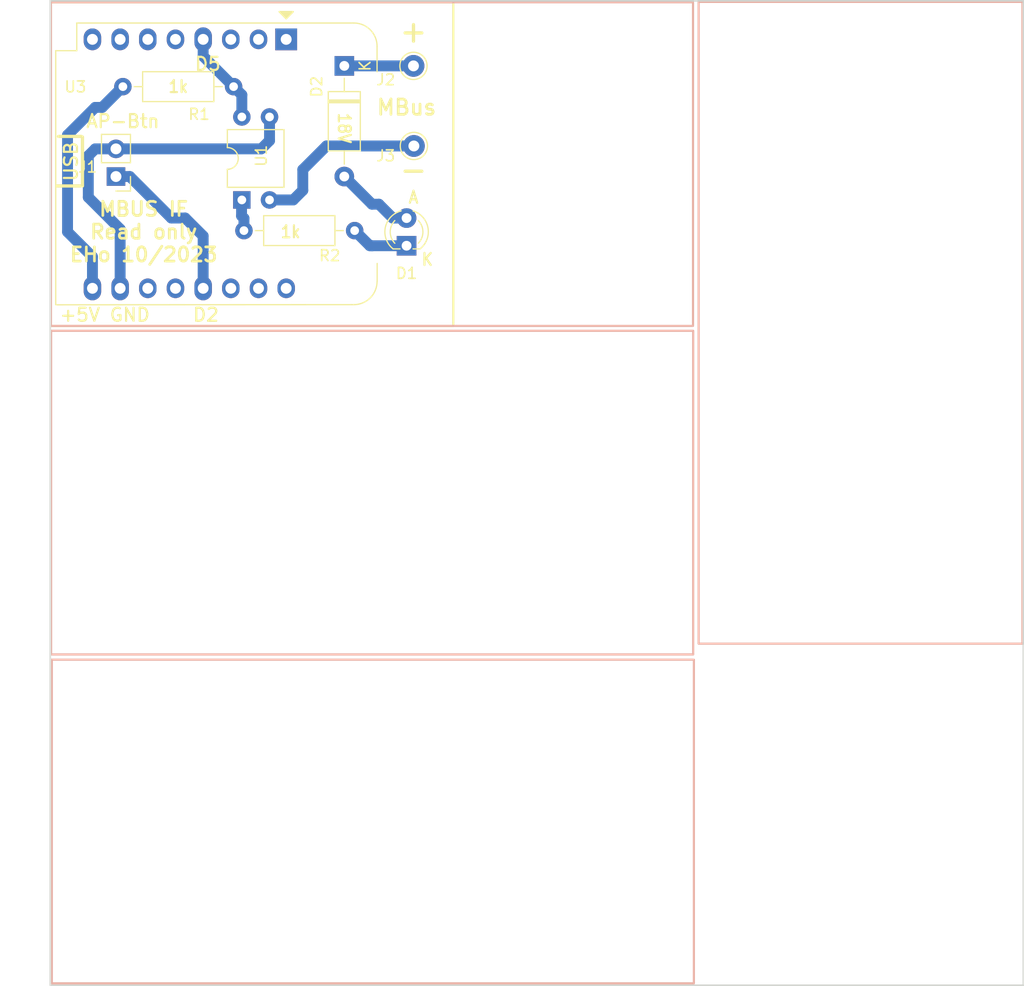
<source format=kicad_pcb>
(kicad_pcb (version 20221018) (generator pcbnew)
  (layers (0 "F.Cu" signal) (31 "B.Cu" signal) (34 "B.Paste" user) (35 "F.Paste" user) (36 "B.SilkS" user "B.Silkscreen") (37 "F.SilkS" user "F.Silkscreen") (38 "B.Mask" user) (39 "F.Mask" user) (44 "Edge.Cuts" user))
  (net 0 "")
  (net 1 "+5V")
  (net 2 "GND1")
  (net 3 "Net-(R2-Pad2)")
  (net 4 "Net-(D1-K)")
  (net 5 "Net-(D1-A)")
  (net 6 "/MBUS +")
  (net 7 "Net-(J1-Pin_1)")
  (net 8 "Net-(J3-Pin_1)")
  (net 9 "Net-(U3-SCK{slash}D5)")
  (footprint "Connector_Pin:Pin_D1.0mm_L10.0mm" (layer "F.Cu") (at 176.53 41.275 180)
    (fp_text reference "J2" (at 2.54 -1.27) (layer "F.SilkS"))
    (fp_text value "Conn_01x01_Male")
    (fp_circle (center 0 0) (end 1.25 0.05) (stroke (width 0.12)) (fill none) (layer "F.SilkS"))
    (pad "1" thru_hole circle (at 0 0 180) (size 2 2) (drill 1) (layers "*.Cu" "*.Mask") (net 6 "/MBUS +"))
  )
  (footprint "Package_DIP:DIP-4_W7.62mm" (layer "F.Cu") (at 160.777 53.584 90)
    (fp_text reference "U1" (at 4.054 1.783 90) (layer "F.SilkS"))
    (fp_text value "LTV-817")
    (fp_line (start 1.16 -1.33) (end 1.16 3.87) (stroke (width 0.12)) (layer "F.SilkS"))
    (fp_line (start 1.16 3.87) (end 6.46 3.87) (stroke (width 0.12)) (layer "F.SilkS"))
    (fp_line (start 2.81 -1.33) (end 1.16 -1.33) (stroke (width 0.12)) (layer "F.SilkS"))
    (fp_line (start 6.46 -1.33) (end 4.81 -1.33) (stroke (width 0.12)) (layer "F.SilkS"))
    (fp_line (start 6.46 3.87) (end 6.46 -1.33) (stroke (width 0.12)) (layer "F.SilkS"))
    (fp_arc (start 4.81 -1.33) (mid 3.81 -0.33) (end 2.81 -1.33) (stroke (width 0.12)) (layer "F.SilkS"))
    (pad "1" thru_hole rect (at 0 0 90) (size 1.6 1.6) (drill 0.8) (layers "*.Cu" "*.Mask") (net 3 "Net-(R2-Pad2)"))
    (pad "2" thru_hole oval (at 0 2.54 90) (size 1.6 1.6) (drill 0.8) (layers "*.Cu" "*.Mask") (net 8 "Net-(J3-Pin_1)"))
    (pad "3" thru_hole oval (at 7.62 2.54 90) (size 1.6 1.6) (drill 0.8) (layers "*.Cu" "*.Mask") (net 2 "GND1"))
    (pad "4" thru_hole oval (at 7.62 0 90) (size 1.6 1.6) (drill 0.8) (layers "*.Cu" "*.Mask") (net 9 "Net-(U3-SCK{slash}D5)"))
  )
  (footprint "Connector_Pin:Pin_D1.0mm_L10.0mm" (layer "F.Cu") (at 176.566 48.629 180)
    (fp_text reference "J3" (at 2.576 -0.901) (layer "F.SilkS"))
    (fp_text value "Conn_01x01_Male")
    (fp_circle (center 0 0) (end 1.25 0.05) (stroke (width 0.12)) (fill none) (layer "F.SilkS"))
    (pad "1" thru_hole circle (at 0 0 180) (size 2 2) (drill 1) (layers "*.Cu" "*.Mask") (net 8 "Net-(J3-Pin_1)"))
  )
  (footprint "Module:WEMOS_D1_mini_light" (layer "F.Cu") (at 164.846 38.839 -90)
    (fp_text reference "U3" (at 4.361 19.346 180) (layer "F.SilkS"))
    (fp_text value "WeMos_D1_mini")
    (fp_line (start -1.5 19.22) (end -1.5 -6.21) (stroke (width 0.12)) (layer "F.SilkS"))
    (fp_line (start -1.5 19.22) (end 1.04 19.22) (stroke (width 0.12)) (layer "F.SilkS"))
    (fp_line (start 1.04 19.22) (end 1.04 21.15) (stroke (width 0.12)) (layer "F.SilkS"))
    (fp_line (start 1.04 21.15) (end 24.36 21.15) (stroke (width 0.12)) (layer "F.SilkS"))
    (fp_line (start 2.98 -8.34) (end 0.63 -8.34) (stroke (width 0.12)) (layer "F.SilkS"))
    (fp_line (start 22.2 -8.35) (end 20.575 -8.35) (stroke (width 0.12)) (layer "F.SilkS"))
    (fp_line (start 24.375 21.125) (end 24.36 -6.21) (stroke (width 0.12)) (layer "F.SilkS"))
    (fp_arc (start -1.5 -6.21) (mid -0.876137 -7.716137) (end 0.63 -8.34) (stroke (width 0.12)) (layer "F.SilkS"))
    (fp_arc (start 22.23 -8.34) (mid 23.736137 -7.716137) (end 24.36 -6.21) (stroke (width 0.12)) (layer "F.SilkS"))
    (fp_poly (pts (xy -2.54 -0.635) (xy -2.54 0.635) (xy -1.905 0)) (stroke (width 0.15)) (fill solid) (layer "F.SilkS"))
    (pad "1" thru_hole rect (at 0 0 270) (size 2 2) (drill 1) (layers "*.Cu" "*.Mask"))
    (pad "2" thru_hole oval (at 0 2.54 270) (size 1.8 1.6) (drill 1) (layers "*.Cu" "*.Mask"))
    (pad "3" thru_hole oval (at 0 5.08 270) (size 1.8 1.6) (drill 1) (layers "*.Cu" "*.Mask"))
    (pad "4" thru_hole oval (at 0 7.62 270) (size 2.2 1.6) (drill 1) (layers "*.Cu" "*.Mask") (net 9 "Net-(U3-SCK{slash}D5)"))
    (pad "5" thru_hole oval (at 0 10.16 270) (size 1.8 1.6) (drill 1) (layers "*.Cu" "*.Mask"))
    (pad "6" thru_hole oval (at 0 12.7 270) (size 2 1.6) (drill 1) (layers "*.Cu" "*.Mask"))
    (pad "7" thru_hole oval (at 0 15.24 270) (size 2 1.6) (drill 1) (layers "*.Cu" "*.Mask"))
    (pad "8" thru_hole oval (at 0 17.78 270) (size 2 1.6) (drill 1) (layers "*.Cu" "*.Mask"))
    (pad "9" thru_hole oval (at 22.86 17.78 270) (size 2.2 1.6) (drill 1) (layers "*.Cu" "*.Mask") (net 1 "+5V"))
    (pad "10" thru_hole oval (at 22.86 15.24 270) (size 2.2 1.6) (drill 1) (layers "*.Cu" "*.Mask") (net 2 "GND1"))
    (pad "11" thru_hole oval (at 22.86 12.7 270) (size 1.8 1.6) (drill 1) (layers "*.Cu" "*.Mask"))
    (pad "12" thru_hole oval (at 22.86 10.16 270) (size 1.8 1.6) (drill 1) (layers "*.Cu" "*.Mask"))
    (pad "13" thru_hole oval (at 22.86 7.62 270) (size 2.2 1.6) (drill 1) (layers "*.Cu" "*.Mask") (net 7 "Net-(J1-Pin_1)"))
    (pad "14" thru_hole oval (at 22.86 5.08 270) (size 1.8 1.6) (drill 1) (layers "*.Cu" "*.Mask"))
    (pad "15" thru_hole oval (at 22.86 2.54 270) (size 1.8 1.6) (drill 1) (layers "*.Cu" "*.Mask"))
    (pad "16" thru_hole oval (at 22.86 0 270) (size 1.8 1.6) (drill 1) (layers "*.Cu" "*.Mask"))
  )
  (footprint "LED_THT:LED_D3.0mm" (layer "F.Cu") (at 175.895 57.79 90)
    (fp_text reference "D1" (at -2.535 0) (layer "F.SilkS"))
    (fp_text value "LED")
    (fp_line (start -0.29 -1.236) (end -0.29 -0.6) (stroke (width 0.12)) (layer "F.SilkS"))
    (fp_line (start -0.29 0.6) (end -0.29 1.236) (stroke (width 0.12)) (layer "F.SilkS"))
    (fp_arc (start -0.29 -1.235516) (mid 1.682672 -1.948052) (end 3.2 -0.5) (stroke (width 0.12)) (layer "F.SilkS"))
    (fp_arc (start 0.229039 -1.08) (mid 1.270117 -1.5) (end 2.31113 -1.079837) (stroke (width 0.12)) (layer "F.SilkS"))
    (fp_arc (start 2.31113 1.079837) (mid 1.270117 1.5) (end 0.229039 1.08) (stroke (width 0.12)) (layer "F.SilkS"))
    (fp_arc (start 3.2 0.6) (mid 1.645706 1.96504) (end -0.29 1.235516) (stroke (width 0.12)) (layer "F.SilkS"))
    (pad "1" thru_hole rect (at 0 0 90) (size 1.8 1.8) (drill 0.9) (layers "*.Cu" "*.Mask") (net 4 "Net-(D1-K)"))
    (pad "2" thru_hole circle (at 2.54 0 90) (size 1.8 1.8) (drill 0.9) (layers "*.Cu" "*.Mask") (net 5 "Net-(D1-A)"))
  )
  (footprint "Resistor_THT:R_Axial_DIN0207_L6.3mm_D2.5mm_P10.16mm_Horizontal" (layer "F.Cu") (at 149.86 43.18)
    (fp_text reference "R1" (at 6.985 2.54) (layer "F.SilkS"))
    (fp_text value "1k")
    (fp_line (start 1.04 0) (end 1.81 0) (stroke (width 0.12)) (layer "F.SilkS"))
    (fp_line (start 1.81 -1.37) (end 1.81 1.37) (stroke (width 0.12)) (layer "F.SilkS"))
    (fp_line (start 1.81 1.37) (end 8.35 1.37) (stroke (width 0.12)) (layer "F.SilkS"))
    (fp_line (start 8.35 -1.37) (end 1.81 -1.37) (stroke (width 0.12)) (layer "F.SilkS"))
    (fp_line (start 8.35 1.37) (end 8.35 -1.37) (stroke (width 0.12)) (layer "F.SilkS"))
    (fp_line (start 9.12 0) (end 8.35 0) (stroke (width 0.12)) (layer "F.SilkS"))
    (pad "1" thru_hole circle (at 0 0) (size 1.6 1.6) (drill 0.8) (layers "*.Cu" "*.Mask") (net 1 "+5V"))
    (pad "2" thru_hole oval (at 10.16 0) (size 1.6 1.6) (drill 0.8) (layers "*.Cu" "*.Mask") (net 9 "Net-(U3-SCK{slash}D5)"))
  )
  (footprint "Diode_THT:D_A-405_P10.16mm_Horizontal" (layer "F.Cu") (at 170.18 41.275 -90)
    (fp_text reference "D2" (at 1.905 2.54 90) (layer "F.SilkS"))
    (fp_text value "D_Zener 18V")
    (fp_text user "K" (at 0 -1.9 90) (layer "F.SilkS"))
    (fp_line (start 1.14 0) (end 2.36 0) (stroke (width 0.12)) (layer "F.SilkS"))
    (fp_line (start 2.36 -1.47) (end 2.36 1.47) (stroke (width 0.12)) (layer "F.SilkS"))
    (fp_line (start 2.36 1.47) (end 7.8 1.47) (stroke (width 0.12)) (layer "F.SilkS"))
    (fp_line (start 3.14 -1.47) (end 3.14 1.47) (stroke (width 0.12)) (layer "F.SilkS"))
    (fp_line (start 3.26 -1.47) (end 3.26 1.47) (stroke (width 0.12)) (layer "F.SilkS"))
    (fp_line (start 3.38 -1.47) (end 3.38 1.47) (stroke (width 0.12)) (layer "F.SilkS"))
    (fp_line (start 7.8 -1.47) (end 2.36 -1.47) (stroke (width 0.12)) (layer "F.SilkS"))
    (fp_line (start 7.8 1.47) (end 7.8 -1.47) (stroke (width 0.12)) (layer "F.SilkS"))
    (fp_line (start 9.02 0) (end 7.8 0) (stroke (width 0.12)) (layer "F.SilkS"))
    (pad "1" thru_hole rect (at 0 0 270) (size 1.8 1.8) (drill 0.9) (layers "*.Cu" "*.Mask") (net 6 "/MBUS +"))
    (pad "2" thru_hole oval (at 10.16 0 270) (size 1.8 1.8) (drill 0.9) (layers "*.Cu" "*.Mask") (net 5 "Net-(D1-A)"))
  )
  (footprint "Resistor_THT:R_Axial_DIN0207_L6.3mm_D2.5mm_P10.16mm_Horizontal" (layer "F.Cu") (at 171.13 56.4 180)
    (fp_text reference "R2" (at 2.288 -2.296) (layer "F.SilkS"))
    (fp_text value "1k")
    (fp_line (start 1.04 0) (end 1.81 0) (stroke (width 0.12)) (layer "F.SilkS"))
    (fp_line (start 1.81 -1.37) (end 1.81 1.37) (stroke (width 0.12)) (layer "F.SilkS"))
    (fp_line (start 1.81 1.37) (end 8.35 1.37) (stroke (width 0.12)) (layer "F.SilkS"))
    (fp_line (start 8.35 -1.37) (end 1.81 -1.37) (stroke (width 0.12)) (layer "F.SilkS"))
    (fp_line (start 8.35 1.37) (end 8.35 -1.37) (stroke (width 0.12)) (layer "F.SilkS"))
    (fp_line (start 9.12 0) (end 8.35 0) (stroke (width 0.12)) (layer "F.SilkS"))
    (pad "1" thru_hole circle (at 0 0 180) (size 1.6 1.6) (drill 0.8) (layers "*.Cu" "*.Mask") (net 4 "Net-(D1-K)"))
    (pad "2" thru_hole oval (at 10.16 0 180) (size 1.6 1.6) (drill 0.8) (layers "*.Cu" "*.Mask") (net 3 "Net-(R2-Pad2)"))
  )
  (footprint "Connector_PinHeader_2.54mm:PinHeader_1x02_P2.54mm_Vertical" (layer "F.Cu") (at 149.225 51.435 180)
    (fp_text reference "J1" (at 2.6 0.875) (layer "F.SilkS"))
    (fp_text value "AP-Mode")
    (fp_line (start -1.33 -1.33) (end 0 -1.33) (stroke (width 0.12)) (layer "F.SilkS"))
    (fp_line (start -1.33 0) (end -1.33 -1.33) (stroke (width 0.12)) (layer "F.SilkS"))
    (fp_line (start -1.33 1.27) (end -1.33 3.87) (stroke (width 0.12)) (layer "F.SilkS"))
    (fp_line (start -1.33 1.27) (end 1.33 1.27) (stroke (width 0.12)) (layer "F.SilkS"))
    (fp_line (start -1.33 3.87) (end 1.33 3.87) (stroke (width 0.12)) (layer "F.SilkS"))
    (fp_line (start 1.33 1.27) (end 1.33 3.87) (stroke (width 0.12)) (layer "F.SilkS"))
    (pad "1" thru_hole rect (at 0 0 180) (size 1.7 1.7) (drill 1) (layers "*.Cu" "*.Mask") (net 7 "Net-(J1-Pin_1)"))
    (pad "2" thru_hole oval (at 0 2.54 180) (size 1.7 1.7) (drill 1) (layers "*.Cu" "*.Mask") (net 2 "GND1"))
  )
  (gr_rect (start 143.256 35.433) (end 202.184 65.151) (stroke (width 0.2)) (fill none) (layer "B.SilkS"))
  (gr_rect (start 143.336 95.8) (end 202.264 125.518) (stroke (width 0.2)) (fill none) (layer "B.SilkS"))
  (gr_rect (start 202.7 35.4) (end 232.418 94.328) (stroke (width 0.2)) (fill none) (layer "B.SilkS"))
  (gr_rect (start 143.272 65.6) (end 202.2 95.318) (stroke (width 0.2)) (fill none) (layer "B.SilkS"))
  (gr_line (start 146.15 47.8) (end 146.15 52.3) (stroke (width 0.3)) (layer "F.SilkS"))
  (gr_rect (start 143.256 35.433) (end 180.184 65.151) (stroke (width 0.2)) (fill none) (layer "F.SilkS"))
  (gr_line (start 143.95 47.75) (end 146.05 47.75) (stroke (width 0.3)) (layer "F.SilkS"))
  (gr_line (start 143.85 52.3) (end 145.95 52.3) (stroke (width 0.3)) (layer "F.SilkS"))
  (gr_rect (start 143.2 35.3) (end 232.5 125.7) (stroke (width 0.15)) (fill none) (layer "Edge.Cuts"))
  (gr_text "1k" (at 154.94 43.18) (layer "F.SilkS") (effects (font (size 1.1 1) (thickness 0.2))))
  (gr_text "D2" (at 157.48 64.135) (layer "F.SilkS") (effects (font (size 1.2 1.2) (thickness 0.2))))
  (gr_text "AP-Btn" (at 149.86 46.355) (layer "F.SilkS") (effects (font (size 1.2 1.2) (thickness 0.2))))
  (gr_text "K" (at 177.8 59.055) (layer "F.SilkS") (effects (font (size 1.1 1) (thickness 0.2))))
  (gr_text "D5" (at 157.65 41.1) (layer "F.SilkS") (effects (font (size 1.2 1.2) (thickness 0.2))))
  (gr_text "-" (at 176.53 50.8) (layer "F.SilkS") (effects (font (size 2 2) (thickness 0.3))))
  (gr_text "+5V" (at 145.923 64.135) (layer "F.SilkS") (effects (font (size 1.2 1.2) (thickness 0.2))))
  (gr_text "MBUS IF\nRead only\nEHo 10/2023" (at 151.765 56.515) (layer "F.SilkS") (effects (font (size 1.3 1.3) (thickness 0.25))))
  (gr_text "+" (at 176.53 38.1) (layer "F.SilkS") (effects (font (size 2 2) (thickness 0.3))))
  (gr_text "USB" (at 145.1 50.05 90) (layer "F.SilkS") (effects (font (size 1.2 1.2) (thickness 0.2))))
  (gr_text "18V" (at 170.18 46.99 -90) (layer "F.SilkS") (effects (font (size 1.1 1) (thickness 0.2))))
  (gr_text "1k" (at 165.25 56.515) (layer "F.SilkS") (effects (font (size 1.1 1) (thickness 0.2))))
  (gr_text "A" (at 176.53 53.34) (layer "F.SilkS") (effects (font (size 1.1 1) (thickness 0.2))))
  (gr_text "MBus" (at 175.895 45.085) (layer "F.SilkS") (effects (font (size 1.4 1.4) (thickness 0.25))))
  (gr_text "GND" (at 150.495 64.135) (layer "F.SilkS") (effects (font (size 1.2 1.2) (thickness 0.2))))
  (segment (start 144.78 56.515) (end 144.78 47.625) (width 1) (layer "B.Cu") (net 1))
  (segment (start 147.066 58.801) (end 144.78 56.515) (width 1) (layer "B.Cu") (net 1))
  (segment (start 147.32 45.085) (end 147.955 45.085) (width 1) (layer "B.Cu") (net 1))
  (segment (start 144.78 47.625) (end 147.32 45.085) (width 1) (layer "B.Cu") (net 1))
  (segment (start 147.955 45.085) (end 149.86 43.18) (width 1) (layer "B.Cu") (net 1))
  (segment (start 147.066 61.699) (end 147.066 58.801) (width 1) (layer "B.Cu") (net 1))
  (segment (start 146.685 49.53) (end 146.685 53.34) (width 1) (layer "B.Cu") (net 2))
  (segment (start 163.317 45.964) (end 163.317 48.138) (width 1) (layer "B.Cu") (net 2))
  (segment (start 149.606 56.261) (end 149.606 61.699) (width 1) (layer "B.Cu") (net 2))
  (segment (start 147.32 48.895) (end 146.685 49.53) (width 1) (layer "B.Cu") (net 2))
  (segment (start 146.685 53.34) (end 149.606 56.261) (width 1) (layer "B.Cu") (net 2))
  (segment (start 163.317 48.138) (end 162.56 48.895) (width 1) (layer "B.Cu") (net 2))
  (segment (start 162.56 48.895) (end 149.225 48.895) (width 1) (layer "B.Cu") (net 2))
  (segment (start 149.225 48.895) (end 147.32 48.895) (width 1) (layer "B.Cu") (net 2))
  (segment (start 160.75 53.611) (end 160.777 53.584) (width 1) (layer "B.Cu") (net 3))
  (segment (start 160.75 55.05) (end 160.75 53.611) (width 1) (layer "B.Cu") (net 3))
  (segment (start 160.97 56.4) (end 160.97 55.27) (width 1) (layer "B.Cu") (net 3))
  (segment (start 160.97 55.27) (end 160.75 55.05) (width 1) (layer "B.Cu") (net 3))
  (segment (start 172.725 57.79) (end 175.895 57.79) (width 1) (layer "B.Cu") (net 4))
  (segment (start 171.13 56.4) (end 172.515 57.785) (width 1) (layer "B.Cu") (net 4))
  (segment (start 172.72 57.785) (end 172.725 57.79) (width 1) (layer "B.Cu") (net 4))
  (segment (start 172.515 57.785) (end 172.72 57.785) (width 1) (layer "B.Cu") (net 4))
  (segment (start 173.355 53.975) (end 174.63 55.25) (width 1) (layer "B.Cu") (net 5))
  (segment (start 174.63 55.25) (end 175.895 55.25) (width 1) (layer "B.Cu") (net 5))
  (segment (start 170.18 51.435) (end 172.72 53.975) (width 1) (layer "B.Cu") (net 5))
  (segment (start 172.72 53.975) (end 173.355 53.975) (width 1) (layer "B.Cu") (net 5))
  (segment (start 176.834 41.579) (end 176.53 41.275) (width 1) (layer "B.Cu") (net 6))
  (segment (start 170.18 41.275) (end 176.53 41.275) (width 1) (layer "B.Cu") (net 6))
  (segment (start 157.226 56.896) (end 157.226 61.699) (width 1) (layer "B.Cu") (net 7))
  (segment (start 150.495 51.435) (end 154.305 55.245) (width 1) (layer "B.Cu") (net 7))
  (segment (start 155.575 55.245) (end 157.226 56.896) (width 1) (layer "B.Cu") (net 7))
  (segment (start 149.225 51.435) (end 150.495 51.435) (width 1) (layer "B.Cu") (net 7))
  (segment (start 154.305 55.245) (end 155.575 55.245) (width 1) (layer "B.Cu") (net 7))
  (segment (start 165.491 53.584) (end 163.317 53.584) (width 1) (layer "B.Cu") (net 8))
  (segment (start 168.541 48.629) (end 166.37 50.8) (width 1) (layer "B.Cu") (net 8))
  (segment (start 166.37 50.8) (end 166.37 52.705) (width 1) (layer "B.Cu") (net 8))
  (segment (start 166.37 52.705) (end 165.491 53.584) (width 1) (layer "B.Cu") (net 8))
  (segment (start 176.566 48.629) (end 168.541 48.629) (width 1) (layer "B.Cu") (net 8))
  (segment (start 160.777 45.964) (end 160.777 43.937) (width 1) (layer "B.Cu") (net 9))
  (segment (start 160.02 43.18) (end 157.226 40.386) (width 1) (layer "B.Cu") (net 9))
  (segment (start 160.777 43.937) (end 160.02 43.18) (width 1) (layer "B.Cu") (net 9))
  (segment (start 157.226 40.386) (end 157.226 38.839) (width 1) (layer "B.Cu") (net 9))
)
</source>
